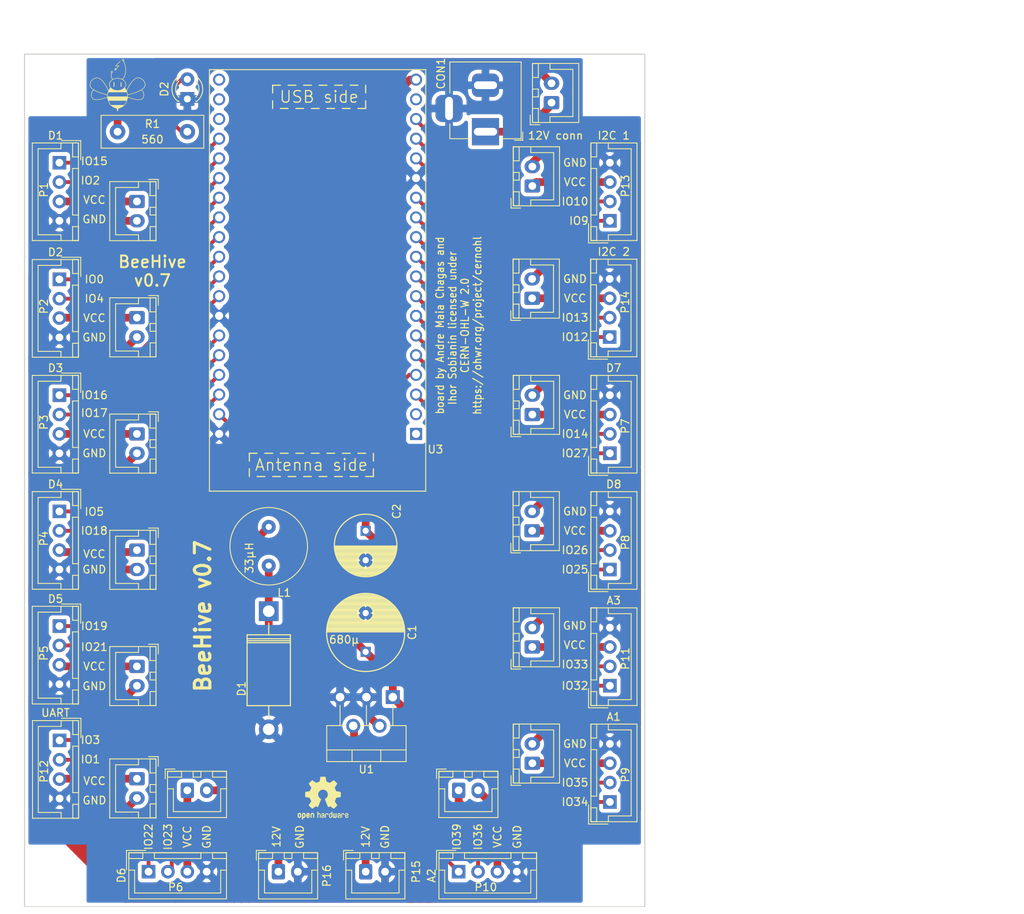
<source format=kicad_pcb>
(kicad_pcb (version 20211014) (generator pcbnew)
  (layers (0 "F.Cu" signal) (31 "B.Cu" signal) (34 "B.Paste" user) (35 "F.Paste" user) (36 "B.SilkS" user "B.Silkscreen") (37 "F.SilkS" user "F.Silkscreen") (38 "B.Mask" user) (39 "F.Mask" user) (44 "Edge.Cuts" user))
  (net 0 "")
  (footprint "Connector_JST:JST_XH_B04B-XH-A_04x2.50mm_Straight" (layer "F.Cu") (at 134 97 -90)
    (fp_text reference "P3")
    (fp_text value "D3")
  )
  (footprint "Connector_JST:JST_XH_B2B-XH-A_1x02_P2.50mm_Vertical" (layer "F.Cu") (at 195 99.5 90)
    (fp_text reference "P20")
    (fp_text value "Conn_01x02")
  )
  (footprint "Connector_JST:JST_XH_B2B-XH-A_1x02_P2.50mm_Vertical" (layer "F.Cu") (at 144 72 -90)
    (fp_text reference "P17")
    (fp_text value "Conn_01x02")
  )
  (footprint "Connector_JST:JST_XH_B2B-XH-A_1x02_P2.50mm_Vertical" (layer "F.Cu") (at 144 87 -90)
    (fp_text reference "P23")
    (fp_text value "Conn_01x02")
  )
  (footprint "Connector_JST:JST_XH_B2B-XH-A_1x02_P2.50mm_Vertical" (layer "F.Cu") (at 144 132 -90)
    (fp_text reference "P19")
    (fp_text value "Conn_01x02")
  )
  (footprint "Capacitor_THT:C_Radial_D8_L13_P3.8" (layer "F.Cu") (at 173.5 114.5 -90)
    (fp_text reference "C2")
    (fp_text value "220µ" hide)
  )
  (footprint "Connector_JST:JST_XH_B04B-XH-A_04x2.50mm_Straight" (layer "F.Cu") (at 145.5 158.5)
    (fp_text reference "P6")
    (fp_text value "D6")
  )
  (footprint "Connector_JST:JST_XH_B04B-XH-A_04x2.50mm_Straight" (layer "F.Cu") (at 134 67 -90)
    (fp_text reference "P1")
    (fp_text value "D1")
  )
  (footprint "Connector_JST:JST_XH_B2B-XH-A_1x02_P2.50mm_Vertical" (layer "F.Cu") (at 144 102 -90)
    (fp_text reference "P18")
    (fp_text value "Conn_01x02")
  )
  (footprint "Connector_BarrelJack:BarrelJack_Horizontal" (layer "F.Cu") (at 188.9575 63 -90)
    (fp_text reference "CON1")
    (fp_text value "BARREL_JACK")
  )
  (footprint "Connector_JST:JST_XH_B2B-XH-A_1x02_P2.50mm_Vertical" (layer "F.Cu") (at 173.5 158.5)
    (fp_text reference "P15")
    (fp_text value "Conn_01x02")
  )
  (footprint "Connector_JST:JST_XH_B04B-XH-A_04x2.50mm_Straight" (layer "F.Cu") (at 134 126.8 -90)
    (fp_text reference "P5")
    (fp_text value "D5")
  )
  (footprint "Mounting_Holes:MountingHole_3.2mm_M3_DIN965" (layer "F.Cu") (at 133.5 57 -90)
    (fp_text reference "")
    (fp_text value "")
  )
  (footprint "footprints:MODULE_ESP32-DEVKITC-32D" (layer "F.Cu") (at 180 102 180)
    (fp_text reference "U3")
    (fp_text value "ESP32-DEVKITC-32D")
  )
  (footprint "Connector_JST:JST_XH_B04B-XH-A_04x2.50mm_Straight" (layer "F.Cu") (at 205 104.5 90)
    (fp_text reference "P7")
    (fp_text value "D7")
  )
  (footprint "LED_THT:LED_D3.0mm" (layer "F.Cu") (at 150.5 58.775 90)
    (fp_text reference "D2")
    (fp_text value "LED")
  )
  (footprint "Connector_JST:JST_XH_B2B-XH-A_1x02_P2.50mm_Vertical" (layer "F.Cu") (at 144 146.5 -90)
    (fp_text reference "P21")
    (fp_text value "Conn_01x02")
  )
  (footprint "Connector_JST:JST_XH_B04B-XH-A_04x2.50mm_Straight" (layer "F.Cu") (at 185.5 158.5)
    (fp_text reference "P10")
    (fp_text value "A2")
  )
  (footprint "Connector_JST:JST_XH_B04B-XH-A_04x2.50mm_Straight" (layer "F.Cu") (at 205 149.5 90)
    (fp_text reference "P9")
    (fp_text value "A1")
  )
  (footprint "Connector_JST:JST_XH_B2B-XH-A_1x02_P2.50mm_Vertical" (layer "F.Cu") (at 194.975 114.5 90)
    (fp_text reference "P26")
    (fp_text value "Conn_01x02")
  )
  (footprint "Connector_JST:JST_XH_B04B-XH-A_04x2.50mm_Straight" (layer "F.Cu") (at 204.975 89.5 90)
    (fp_text reference "P14")
    (fp_text value "I2C 2")
  )
  (footprint "Connector_JST:JST_XH_B2B-XH-A_1x02_P2.50mm_Vertical" (layer "F.Cu") (at 197.475 59.25 90)
    (fp_text reference "P31")
    (fp_text value "Conn_01x02")
  )
  (footprint "Mounting_Holes:MountingHole_3.2mm_M3_DIN965" (layer "F.Cu") (at 133.5 159)
    (fp_text reference "")
    (fp_text value "")
  )
  (footprint "logo-beehive:logo-beehive-7_2х6_7mm" (layer "F.Cu") (at 141.5 57)
    (fp_text reference "G***" hide)
    (fp_text value "LOGO" hide)
  )
  (footprint "Connector_JST:JST_XH_B04B-XH-A_04x2.50mm_Straight" (layer "F.Cu") (at 205 119.5 90)
    (fp_text reference "P8")
    (fp_text value "D8")
  )
  (footprint "Resistor_THT:R_Box_L13.0mm_W4.0mm_P9.00mm" (layer "F.Cu") (at 150.5 63 180)
    (fp_text reference "R1")
    (fp_text value "560")
  )
  (footprint "Package_TO_SOT_THT:TO-220-5_P3.4x3.7mm_StaggerOdd_Lead3.8mm_Vertical" (layer "F.Cu") (at 177 135.97122 180)
    (fp_text reference "U1")
    (fp_text value "LM2596T-5")
  )
  (footprint "Connector_JST:JST_XH_B04B-XH-A_04x2.50mm_Straight" (layer "F.Cu") (at 134 82.05 -90)
    (fp_text reference "P2")
    (fp_text value "D2")
  )
  (footprint "Connector_JST:JST_XH_B04B-XH-A_04x2.50mm_Straight" (layer "F.Cu") (at 134 112 -90)
    (fp_text reference "P4")
    (fp_text value "D4")
  )
  (footprint "Capacitor_THT:C_Radial_D10_L21_P5" (layer "F.Cu") (at 173.5 130.12122 90)
    (fp_text reference "C1")
    (fp_text value "680µ")
  )
  (footprint "Mounting_Holes:MountingHole_3.2mm_M3_DIN965" (layer "F.Cu") (at 205.5 159 180)
    (fp_text reference "")
    (fp_text value "")
  )
  (footprint "Mounting_Holes:MountingHole_3.2mm_M3_DIN965" (layer "F.Cu") (at 205.5 57 180)
    (fp_text reference "")
    (fp_text value "")
  )
  (footprint "Connector_JST:JST_XH_B2B-XH-A_1x02_P2.50mm_Vertical" (layer "F.Cu") (at 194.975 84.5 90)
    (fp_text reference "P30")
    (fp_text value "Conn_01x02")
  )
  (footprint "Inductor_THT:Neosid_Inductor_MA-Bs75" (layer "F.Cu") (at 161 119 90)
    (fp_text reference "L1")
    (fp_text value "33µH")
  )
  (footprint "Connector_JST:JST_XH_B04B-XH-A_04x2.50mm_Straight" (layer "F.Cu") (at 205 74.5 90)
    (fp_text reference "P13")
    (fp_text value "I2C 1")
  )
  (footprint "Connector_JST:JST_XH_B2B-XH-A_1x02_P2.50mm_Vertical" (layer "F.Cu") (at 185.5 148)
    (fp_text reference "P27")
    (fp_text value "Conn_01x02")
  )
  (footprint "Connector_JST:JST_XH_B2B-XH-A_1x02_P2.50mm_Vertical" (layer "F.Cu") (at 195 70 90)
    (fp_text reference "P29")
    (fp_text value "Conn_01x02")
  )
  (footprint "Connector_JST:JST_XH_B04B-XH-A_04x2.50mm_Straight" (layer "F.Cu") (at 134.025 141.55 -90)
    (fp_text reference "P12")
    (fp_text value "UART")
  )
  (footprint "Symbol:OSHW-Logo2_7.3x6mm_SilkScreen" (layer "F.Cu") (at 168 149)
    (fp_text reference " " hide)
    (fp_text value " " hide)
  )
  (footprint "Connector_JST:JST_XH_B2B-XH-A_1x02_P2.50mm_Vertical" (layer "F.Cu") (at 144 117 -90)
    (fp_text reference "P24")
    (fp_text value "Conn_01x02")
  )
  (footprint "Connector_JST:JST_XH_B2B-XH-A_1x02_P2.50mm_Vertical" (layer "F.Cu") (at 162.25 158.5)
    (fp_text reference "P16")
    (fp_text value "Conn_01x02")
  )
  (footprint "Diode_THT:Diode_DO-201AD_Horizontal_RM15" (layer "F.Cu") (at 160.99704 124.87878 -90)
    (fp_text reference "D1")
    (fp_text value "Schottky 5A" hide)
  )
  (footprint "Connector_JST:JST_XH_B2B-XH-A_1x02_P2.50mm_Vertical" (layer "F.Cu") (at 195 144.5 90)
    (fp_text reference "P22")
    (fp_text value "Conn_01x02")
  )
  (footprint "Connector_JST:JST_XH_B04B-XH-A_04x2.50mm_Straight" (layer "F.Cu") (at 205 134.5 90)
    (fp_text reference "P11")
    (fp_text value "A3")
  )
  (footprint "Connector_JST:JST_XH_B2B-XH-A_1x02_P2.50mm_Vertical" (layer "F.Cu") (at 150.5 148)
    (fp_text reference "P25")
    (fp_text value "Conn_01x02")
  )
  (footprint "Connector_JST:JST_XH_B2B-XH-A_1x02_P2.50mm_Vertical" (layer "F.Cu") (at 195 129.5 90)
    (fp_text reference "P28")
    (fp_text value "Conn_01x02")
  )
  (gr_line (start 164.5 107.5) (end 163.5 107.5) (layer "F.SilkS") (width 0.15))
  (gr_line (start 161.5 59) (end 161.5 60) (layer "F.SilkS") (width 0.15))
  (gr_line (start 166.5 57) (end 165.5 57) (layer "F.SilkS") (width 0.15))
  (gr_line (start 167.5 60) (end 166.5 60) (layer "F.SilkS") (width 0.15))
  (gr_line (start 169.5 60) (end 168.5 60) (layer "F.SilkS") (width 0.15))
  (gr_line (start 171.5 104.5) (end 170.5 104.5) (layer "F.SilkS") (width 0.15))
  (gr_line (start 174.5 107.5) (end 173.5 107.5) (layer "F.SilkS") (width 0.15))
  (gr_line (start 163.5 104.5) (end 162.5 104.5) (layer "F.SilkS") (width 0.15))
  (gr_line (start 158.5 106.5) (end 158.5 107.5) (layer "F.SilkS") (width 0.15))
  (gr_line (start 159.5 104.5) (end 158.5 104.5) (layer "F.SilkS") (width 0.15))
  (gr_line (start 168.5 107.5) (end 167.5 107.5) (layer "F.SilkS") (width 0.15))
  (gr_line (start 174.5 104.5) (end 174.5 105.5) (layer "F.SilkS") (width 0.15))
  (gr_line (start 169.5 104.5) (end 168.5 104.5) (layer "F.SilkS") (width 0.15))
  (gr_line (start 168.5 57) (end 167.5 57) (layer "F.SilkS") (width 0.15))
  (gr_line (start 172.5 107.5) (end 171.5 107.5) (layer "F.SilkS") (width 0.15))
  (gr_line (start 174.5 106.5) (end 174.5 107.5) (layer "F.SilkS") (width 0.15))
  (gr_line (start 161.5 57) (end 161.5 58) (layer "F.SilkS") (width 0.15))
  (gr_line (start 167.5 104.5) (end 166.5 104.5) (layer "F.SilkS") (width 0.15))
  (gr_line (start 163.5 60) (end 162.5 60) (layer "F.SilkS") (width 0.15))
  (gr_line (start 170.5 57) (end 169.5 57) (layer "F.SilkS") (width 0.15))
  (gr_line (start 158.5 104.5) (end 158.5 105.5) (layer "F.SilkS") (width 0.15))
  (gr_line (start 172.5 57) (end 171.5 57) (layer "F.SilkS") (width 0.15))
  (gr_line (start 160.5 107.5) (end 159.5 107.5) (layer "F.SilkS") (width 0.15))
  (gr_line (start 165.5 60) (end 164.5 60) (layer "F.SilkS") (width 0.15))
  (gr_line (start 166.5 107.5) (end 165.5 107.5) (layer "F.SilkS") (width 0.15))
  (gr_line (start 173.5 104.5) (end 172.5 104.5) (layer "F.SilkS") (width 0.15))
  (gr_line (start 173.5 59) (end 173.5 60) (layer "F.SilkS") (width 0.15))
  (gr_line (start 164.5 57) (end 163.5 57) (layer "F.SilkS") (width 0.15))
  (gr_line (start 161.5 104.5) (end 160.5 104.5) (layer "F.SilkS") (width 0.15))
  (gr_line (start 173.5 60) (end 172.5 60) (layer "F.SilkS") (width 0.15))
  (gr_line (start 173.5 57) (end 173.5 58) (layer "F.SilkS") (width 0.15))
  (gr_line (start 162.5 57) (end 161.5 57) (layer "F.SilkS") (width 0.15))
  (gr_line (start 162.5 107.5) (end 161.5 107.5) (layer "F.SilkS") (width 0.15))
  (gr_line (start 171.5 60) (end 170.5 60) (layer "F.SilkS") (width 0.15))
  (gr_line (start 170.5 107.5) (end 169.5 107.5) (layer "F.SilkS") (width 0.15))
  (gr_line (start 165.5 104.5) (end 164.5 104.5) (layer "F.SilkS") (width 0.15))
  (gr_line (start 129.5 53) (end 209.5 53) (layer "Edge.Cuts") (width 0.15))
  (gr_line (start 209.5 163) (end 129.5 163) (layer "Edge.Cuts") (width 0.1))
  (gr_line (start 129.5 53) (end 129.5 163) (layer "Edge.Cuts") (width 0.15))
  (gr_line (start 209.5 53) (end 209.5 163) (layer "Edge.Cuts") (width 0.15))
  (gr_text "IO22" (at 145.5 154 90) (layer "F.SilkS") (effects (font (size 1 1))))
  (gr_text "GND" (at 153 154 90) (layer "F.SilkS") (effects (font (size 1 1))))
  (gr_text "IO5" (at 138.5 112.05) (layer "F.SilkS") (effects (font (size 1 1))))
  (gr_text "IO15" (at 138.5 66.8) (layer "F.SilkS") (effects (font (size 1 1))))
  (gr_text "VCC" (at 200.5 84.5) (layer "F.SilkS") (effects (font (size 1 1))))
  (gr_text "VCC" (at 200.5 69.5) (layer "F.SilkS") (effects (font (size 1 1))))
  (gr_text "GND" (at 200.5 142) (layer "F.SilkS") (effects (font (size 1 1))))
  (gr_text "IO2" (at 138 69.3) (layer "F.SilkS") (effects (font (size 1 1))))
  (gr_text "IO0" (at 138.5 82.05) (layer "F.SilkS") (effects (font (size 1 1))))
  (gr_text "VCC" (at 150.5 154 90) (layer "F.SilkS") (effects (font (size 1 1))))
  (gr_text "IO3" (at 138 141.5) (layer "F.SilkS") (effects (font (size 1 1))))
  (gr_text "12V conn" (at 198 63.5) (layer "F.SilkS") (effects (font (size 1 1))))
  (gr_text "IO18" (at 138.49 114.5) (layer "F.SilkS") (effects (font (size 1 1))))
  (gr_text "IO36" (at 188 154 90) (layer "F.SilkS") (effects (font (size 1 1))))
  (gr_text "IO25" (at 200.5 119.5) (layer "F.SilkS") (effects (font (size 1 1))))
  (gr_text "GND" (at 165 154 90) (layer "F.SilkS") (effects (font (size 1 1))))
  (gr_text "VCC" (at 138.5 132) (layer "F.SilkS") (effects (font (size 1 1))))
  (gr_text "GND" (at 200.5 67) (layer "F.SilkS") (effects (font (size 1 1))))
  (gr_text "GND" (at 200.475 126.75) (layer "F.SilkS") (effects (font (size 1 1))))
  (gr_text "GND" (at 138.5 89.55) (layer "F.SilkS") (effects (font (size 1 1))))
  (gr_text "IO39" (at 185.25 154 90) (layer "F.SilkS") (effects (font (size 1 1))))
  (gr_text "IO26" (at 200.5 117) (layer "F.SilkS") (effects (font (size 1 1))))
  (gr_text "IO27" (at 200.5 104.5) (layer "F.SilkS") (effects (font (size 1 1))))
  (gr_text "VCC" (at 200.5 99.5) (layer "F.SilkS") (effects (font (size 1 1))))
  (gr_text "GND" (at 138.5 74.3) (layer "F.SilkS") (effects (font (size 1 1))))
  (gr_text "GND" (at 200.5 82) (layer "F.SilkS") (effects (font (size 1 1))))
  (gr_text "IO19" (at 138.5 126.8) (layer "F.SilkS") (effects (font (size 1 1))))
  (gr_text "IO9" (at 201 74.5) (layer "F.SilkS") (effects (font (size 1 1))))
  (gr_text "GND" (at 200.5 112) (layer "F.SilkS") (effects (font (size 1 1))))
  (gr_text "IO21" (at 138.5 129.5) (layer "F.SilkS") (effects (font (size 1 1))))
  (gr_text "BeeHive v0.7" (at 152.5 125.5 90) (layer "F.SilkS") (effects (font (size 2 2) (thickness 0.4))))
  (gr_text "USB side" (at 167.5 58.5) (layer "F.SilkS") (effects (font (size 1.5 1.5))))
  (gr_text "VCC" (at 138.5 117.5) (layer "F.SilkS") (effects (font (size 1 1))))
  (gr_text "GND" (at 193.05 154 90) (layer "F.SilkS") (effects (font (size 1 1))))
  (gr_text "VCC" (at 138.5 102) (layer "F.SilkS") (effects (font (size 1 1))))
  (gr_text "IO16" (at 138.5 97) (layer "F.SilkS") (effects (font (size 1 1))))
  (gr_text "GND" (at 176 154 90) (layer "F.SilkS") (effects (font (size 1 1))))
  (gr_text "12V" (at 162 154 90) (layer "F.SilkS") (effects (font (size 1 1))))
  (gr_text "VCC" (at 138.525 146.8) (layer "F.SilkS") (effects (font (size 1 1))))
  (gr_text "GND" (at 138.5 134.55) (layer "F.SilkS") (effects (font (size 1 1))))
  (gr_text "IO32" (at 200.5 134.5) (layer "F.SilkS") (effects (font (size 1 1))))
  (gr_text "GND" (at 138.5 119.5) (layer "F.SilkS") (effects (font (size 1 1))))
  (gr_text "VCC" (at 138.5 71.8) (layer "F.SilkS") (effects (font (size 1 1))))
  (gr_text "GND" (at 200.5 97) (layer "F.SilkS") (effects (font (size 1 1))))
  (gr_text "BeeHive\nv0.7" (at 146 81) (layer "F.SilkS") (effects (font (size 1.5 1.5) (thickness 0.25))))
  (gr_text "board by Andre Maia Chagas and\nIhor Sobianin licensed under \nCERN-OHL-W 2.0\nhttps://ohwr.org/project/cernohl" (at 185.5 88 90) (layer "F.SilkS") (effects (font (size 1 0.9))))
  (gr_text "VCC" (at 200.475 129.25) (layer "F.SilkS") (effects (font (size 1 1))))
  (gr_text "IO12" (at 200.5 89.5) (layer "F.SilkS") (effects (font (size 1 1))))
  (gr_text "IO34" (at 200.5 149.5) (layer "F.SilkS") (effects (font (size 1 1))))
  (gr_text "GND" (at 138.525 149.3) (layer "F.SilkS") (effects (font (size 1 1))))
  (gr_text "VCC" (at 190.5 154 90) (layer "F.SilkS") (effects (font (size 1 1))))
  (gr_text "IO33" (at 200.5 131.75) (layer "F.SilkS") (effects (font (size 1 1))))
  (gr_text "IO17" (at 138.5 99.3) (layer "F.SilkS") (effects (font (size 1 1))))
  (gr_text "GND" (at 138.5 104.5) (layer "F.SilkS") (effects (font (size 1 1))))
  (gr_text "VCC" (at 138.5 87.05) (layer "F.SilkS") (effects (font (size 1 1))))
  (gr_text "IO14" (at 200.5 102) (layer "F.SilkS") (effects (font (size 1 1))))
  (gr_text "VCC" (at 200.5 144.5) (layer "F.SilkS") (effects (font (size 1 1))))
  (gr_text "IO13" (at 200.5 87) (layer "F.SilkS") (effects (font (size 1 1))))
  (gr_text "IO10" (at 200.5 72) (layer "F.SilkS") (effects (font (size 1 1))))
  (gr_text "IO35" (at 200.5 147) (layer "F.SilkS") (effects (font (size 1 1))))
  (gr_text "VCC" (at 200.5 114.5) (layer "F.SilkS") (effects (font (size 1 1))))
  (gr_text "12V" (at 173.5 154 90) (layer "F.SilkS") (effects (font (size 1 1))))
  (gr_text "IO23" (at 148 154 90) (layer "F.SilkS") (effects (font (size 1 1))))
  (gr_text "Antenna side" (at 166.5 106) (layer "F.SilkS") (effects (font (size 1.5 1.5))))
  (gr_text "IO1" (at 138 144) (layer "F.SilkS") (effects (font (size 1 1))))
  (gr_text "IO4" (at 138.5 84.55) (layer "F.SilkS") (effects (font (size 1 1))))
  (segment (start 188 157) (end 188 158.5) (width 0.5) (layer "F.Cu") (net 0))
  (segment (start 169 148) (end 157.5 148) (width 1) (layer "F.Cu") (net 0))
  (segment (start 157.5 117.5) (end 161 114) (width 1) (layer "F.Cu") (net 0))
  (segment (start 191 134.5) (end 205 134.5) (width 0.5) (layer "F.Cu") (net 0))
  (segment (start 185 112.505025) (end 189.5 117.005025) (width 0.5) (layer "F.Cu") (net 0))
  (segment (start 208.5 79.5) (end 208.5 77.5) (width 1) (layer "F.Cu") (net 0))
  (segment (start 173.5 114.5) (end 180.5 121.5) (width 1) (layer "F.Cu") (net 0))
  (segment (start 192 81.6875) (end 182 71.6875) (width 0.5) (layer "F.Cu") (net 0))
  (segment (start 143.95 144.05) (end 134.025 144.05) (width 0.5) (layer "F.Cu") (net 0))
  (segment (start 189 85.6) (end 189 102.5) (width 0.5) (layer "F.Cu") (net 0))
  (segment (start 174.5 152) (end 173.5 153) (width 1) (layer "F.Cu") (net 0))
  (segment (start 152.5 99.02) (end 152.5 138) (width 0.5) (layer "F.Cu") (net 0))
  (segment (start 141.53 82.05) (end 134 82.05) (width 0.5) (layer "F.Cu") (net 0))
  (segment (start 183.5 152.5) (end 188 157) (width 0.5) (layer "F.Cu") (net 0))
  (segment (start 131.5 93) (end 132 93) (width 1) (layer "F.Cu") (net 0))
  (segment (start 188.5 74.5) (end 205 74.5) (width 0.5) (layer "F.Cu") (net 0))
  (segment (start 195 144.5) (end 205 144.5) (width 1) (layer "F.Cu") (net 0))
  (segment (start 185.5 148) (end 185.5 149.5) (width 1) (layer "F.Cu") (net 0))
  (segment (start 194.9875 99.5) (end 205.0125 99.5) (width 1) (layer "F.Cu") (net 0))
  (segment (start 198.5 138.5) (end 195 142) (width 1) (layer "F.Cu") (net 0))
  (segment (start 194.975 114.5) (end 205 114.5) (width 1) (layer "F.Cu") (net 0))
  (segment (start 130.5 81.5) (end 130.5 92) (width 1) (layer "F.Cu") (net 0))
  (segment (start 182 99) (end 182 114.005025) (width 0.5) (layer "F.Cu") (net 0))
  (segment (start 154.6 66.44) (end 151.54 69.5) (width 0.5) (layer "F.Cu") (net 0))
  (segment (start 153 148) (end 156.5 148) (width 1) (layer "F.Cu") (net 0))
  (segment (start 135.75 155.25) (end 137.75 157.25) (width 1) (layer "F.Cu") (net 0))
  (segment (start 207.5 123.5) (end 198.5 123.5) (width 1) (layer "F.Cu") (net 0))
  (segment (start 130.5 150) (end 137.75 157.25) (width 1) (layer "F.Cu") (net 0))
  (segment (start 192.5 89.5) (end 191 88) (width 0.5) (layer "F.Cu") (net 0))
  (segment (start 152 84.28) (end 152 88.5) (width 0.5) (layer "F.Cu") (net 0))
  (segment (start 130.5 109.5) (end 130.5 115.5125) (width 1) (layer "F.Cu") (net 0))
  (segment (start 141.57 84.55) (end 134 84.55) (width 0.5) (layer "F.Cu") (net 0))
  (segment (start 137.5 157) (end 142.5 162) (width 1) (layer "F.Cu") (net 0))
  (segment (start 130.5 108.5) (end 130.5 109.5) (width 1) (layer "F.Cu") (net 0))
  (segment (start 154.6 63.9) (end 151.5 67) (width 0.5) (layer "F.Cu") (net 0))
  (segment (start 173.5 62) (end 173.5 114.5) (width 1) (layer "F.Cu") (net 0))
  (segment (start 154.6 99.46) (end 156.5 101.36) (width 0.5) (layer "F.Cu") (net 0))
  (segment (start 157.5 147) (end 156.5 148) (width 1) (layer "F.Cu") (net 0))
  (segment (start 207.5 63.5) (end 198.5 63.5) (width 1) (layer "F.Cu") (net 0))
  (segment (start 131.5 137.5) (end 130.5 138.5) (width 1) (layer "F.Cu") (net 0))
  (segment (start 130.5 92) (end 130.5 107) (width 1) (layer "F.Cu") (net 0))
  (segment (start 197.475 59.25) (end 197.475 59.525) (width 1) (layer "F.Cu") (net 0))
  (segment (start 180 76.6) (end 189 85.6) (width 0.5) (layer "F.Cu") (net 0))
  (segment (start 208.5 109.5) (end 208.5 107.5) (width 1) (layer "F.Cu") (net 0))
  (segment (start 207.5 78.5) (end 198.475 78.5) (width 1) (layer "F.Cu") (net 0))
  (segment (start 191 82.52) (end 180 71.52) (width 0.5) (layer "F.Cu") (net 0))
  (segment (start 136.7375 156.2625) (end 144 149) (width 1) (layer "F.Cu") (net 0))
  (segment (start 186 112.007538) (end 186 90.22) (width 0.5) (layer "F.Cu") (net 0))
  (segment (start 180.5 161) (end 180.5 162) (width 1) (layer "F.Cu") (net 0))
  (segment (start 197 152.5) (end 199 152.5) (width 1) (layer "F.Cu") (net 0))
  (segment (start 154.6 89.3) (end 154.6 89.4) (width 0.5) (layer "F.Cu") (net 0))
  (segment (start 204.975 89.5) (end 192.5 89.5) (width 0.5) (layer "F.Cu") (net 0))
  (segment (start 149.5 126.5) (end 146.7 129.3) (width 0.5) (layer "F.Cu") (net 0))
  (segment (start 141.25 119.5) (end 137.75 123) (width 1) (layer "F.Cu") (net 0))
  (segment (start 183.5 115.505025) (end 183.5 152.5) (width 0.5) (layer "F.Cu") (net 0))
  (segment (start 195 70) (end 195.5 69.5) (width 1) (layer "F.Cu") (net 0))
  (segment (start 144 134.5) (end 141 137.5) (width 1) (layer "F.Cu") (net 0))
  (segment (start 198.475 78.5) (end 194.975 82) (width 1) (layer "F.Cu") (net 0))
  (segment (start 208.5 138.5) (end 198.5 138.5) (width 1) (layer "F.Cu") (net 0))
  (segment (start 152.5 138) (end 147 143.5) (width 0.5) (layer "F.Cu") (net 0))
  (segment (start 154.4 76.6) (end 150 81) (width 0.5) (layer "F.Cu") (net 0))
  (segment (start 204.975 87) (end 193 87) (width 0.5) (layer "F.Cu") (net 0))
  (segment (start 137 156) (end 137.75 155.25) (width 1) (layer "F.Cu") (net 0))
  (segment (start 130.5 108.5) (end 131.5 108.5) (width 1) (layer "F.Cu") (net 0))
  (segment (start 144 117) (end 143.75 117.25) (width 1) (layer "F.Cu") (net 0))
  (segment (start 157.5 151) (end 157.5 149) (width 1) (layer "F.Cu") (net 0))
  (segment (start 179.12 94.38) (end 180 94.38) (width 0.5) (layer "F.Cu") (net 0))
  (segment (start 148.5 61.75) (end 148.5 57.5) (width 0.5) (layer "F.Cu") (net 0))
  (segment (start 195.5 162) (end 198 159.5) (width 1) (layer "F.Cu") (net 0))
  (segment (start 157.5 148) (end 157.5 147) (width 1) (layer "F.Cu") (net 0))
  (segment (start 151.5 97.48) (end 151.5 136.5) (width 0.5) (layer "F.Cu") (net 0))
  (segment (start 187.5 118) (end 187.5 142.5) (width 0.5) (layer "F.Cu") (net 0))
  (segment (start 195.5 69.5) (end 205 69.5) (width 1) (layer "F.Cu") (net 0))
  (segment (start 156.5 103) (end 153.5 106) (width 0.5) (layer "F.Cu") (net 0))
  (segment (start 180 89.3) (end 184 93.3) (width 0.5) (layer "F.Cu") (net 0))
  (segment (start 205 117) (end 194.25 117) (width 0.5) (layer "F.Cu") (net 0))
  (segment (start 131.5 123) (end 130.5 124) (width 1) (layer "F.Cu") (net 0))
  (segment (start 150 81) (end 150 87.255025) (width 0.5) (layer "F.Cu") (net 0))
  (segment (start 192.5 152.5) (end 197 152.5) (width 1) (layer "F.Cu") (net 0))
  (segment (start 180.5 121.5) (end 180.5 161.5) (width 1) (layer "F.Cu") (net 0))
  (segment (start 175.05 139.55) (end 173.25 137.75) (width 1) (layer "F.Cu") (net 0))
  (segment (start 193.817525 147) (end 205 147) (width 0.5) (layer "F.Cu") (net 0))
  (segment (start 134.2 132) (end 134 131.8) (width 1) (layer "F.Cu") (net 0))
  (segment (start 208.5 124.5) (end 208.5 122) (width 1) (layer "F.Cu") (net 0))
  (segment (start 182.5 116) (end 178 111.5) (width 0.5) (layer "F.Cu") (net 0))
  (segment (start 147 152) (end 145.5 153.5) (width 0.5) (layer "F.Cu") (net 0))
  (segment (start 197.475 59.525) (end 194 63) (width 1) (layer "F.Cu") (net 0))
  (segment (start 141 137.5) (end 131.5 137.5) (width 1) (layer "F.Cu") (net 0))
  (segment (start 131.5 108.5) (end 130.5 109.5) (width 1) (layer "F.Cu") (net 0))
  (segment (start 144 87) (end 134.05 87) (width 1) (layer "F.Cu") (net 0))
  (segment (start 149 79.5) (end 149 86.75) (width 0.5) (layer "F.Cu") (net 0))
  (segment (start 187.5 142.5) (end 194.5 149.5) (width 0.5) (layer "F.Cu") (net 0))
  (segment (start 188.5 141.682475) (end 193.817525 147) (width 0.5) (layer "F.Cu") (net 0))
  (segment (start 131.5 108.5) (end 140 108.5) (width 1) (layer "F.Cu") (net 0))
  (segment (start 183 66.9) (end 183 69) (width 0.5) (layer "F.Cu") (net 0))
  (segment (start 144 72) (end 134 72) (width 1) (layer "F.Cu") (net 0))
  (segment (start 143.75 117.25) (end 134.25 117.25) (width 1) (layer "F.Cu") (net 0))
  (segment (start 154.6 96.92) (end 152.5 99.02) (width 0.5) (layer "F.Cu") (net 0))
  (segment (start 180.5 162) (end 182 162) (width 1) (layer "F.Cu") (net 0))
  (segment (start 182.5 162) (end 195.5 162) (width 1) (layer "F.Cu") (net 0))
  (segment (start 189.5 133) (end 191 134.5) (width 0.5) (layer "F.Cu") (net 0))
  (segment (start 183 113.5) (end 187.5 118) (width 0.5) (layer "F.Cu") (net 0))
  (segment (start 198 153.5) (end 199 152.5) (width 1) (layer "F.Cu") (net 0))
  (segment (start 190 84.06) (end 190 100.5) (width 0.5) (layer "F.Cu") (net 0))
  (segment (start 138.75 97) (end 134 97) (width 0.5) (layer "F.Cu") (net 0))
  (segment (start 190.5 116.507538) (end 186 112.007538) (width 0.5) (layer "F.Cu") (net 0))
  (segment (start 149 86.75) (end 138.75 97) (width 0.5) (layer "F.Cu") (net 0))
  (segment (start 148.5 144) (end 148.5 158) (width 0.5) (layer "F.Cu") (net 0))
  (segment (start 149.765 56.235) (end 150.5 56.235) (width 0.5) (layer "F.Cu") (net 0))
  (segment (start 188 87.14) (end 180 79.14) (width 0.5) (layer "F.Cu") (net 0))
  (segment (start 157.5 162) (end 158.5 162) (width 1) (layer "F.Cu") (net 0))
  (segment (start 137.755025 99.5) (end 134 99.5) (width 0.5) (layer "F.Cu") (net 0))
  (segment (start 134.25 117.25) (end 134 117) (width 1) (layer "F.Cu") (net 0))
  (segment (start 158.5 148) (end 157.5 148) (width 1) (layer "F.Cu") (net 0))
  (segment (start 150 87.255025) (end 137.755025 99.5) (width 0.5) (layer "F.Cu") (net 0))
  (segment (start 150.5 158.5) (end 150.5 147.975) (width 1) (layer "F.Cu") (net 0))
  (segment (start 142.5 162) (end 149 162) (width 1) (layer "F.Cu") (net 0))
  (segment (start 173.25 137.75) (end 169.3 137.75) (width 1) (layer "F.Cu") (net 0))
  (segment (start 169.3 137.75) (end 161 129.45) (width 1) (layer "F.Cu") (net 0))
  (segment (start 134 126.8) (end 146.7 126.8) (width 0.5) (layer "F.Cu") (net 0))
  (segment (start 194.5 149.5) (end 205 149.5) (width 0.5) (layer "F.Cu") (net 0))
  (segment (start 192 86) (end 192 81.6875) (width 0.5) (layer "F.Cu") (net 0))
  (segment (start 182 114.005025) (end 183.5 115.505025) (width 0.5) (layer "F.Cu") (net 0))
  (segment (start 157.5 161) (end 158.5 162) (width 1) (layer "F.Cu") (net 0))
  (segment (start 137.5 74.5) (end 130.5 81.5) (width 1) (layer "F.Cu") (net 0))
  (segment (start 184 113) (end 188.5 117.5) (width 0.5) (layer "F.Cu") (net 0))
  (segment (start 134.075 141.5) (end 134.025 141.55) (width 0.5) (layer "F.Cu") (net 0))
  (segment (start 134.05 87) (end 134 87.05) (width 1) (layer "F.Cu") (net 0))
  (segment (start 157.5 149) (end 157.5 148) (width 1) (layer "F.Cu") (net 0))
  (segment (start 165 54) (end 164 55) (width 1) (layer "F.Cu") (net 0))
  (segment (start 207.5 108.5) (end 208.5 107.5) (width 1) (layer "F.Cu") (net 0))
  (segment (start 154.6 89.4) (end 149.5 94.5) (width 0.5) (layer "F.Cu") (net 0))
  (segment (start 207.5 123.5) (end 208.5 122.5) (width 1) (layer "F.Cu") (net 0))
  (segment (start 148.5 57.5) (end 149.765 56.235) (width 0.5) (layer "F.Cu") (net 0))
  (segment (start 180 63.9) (end 183 66.9) (width 0.5) (layer "F.Cu") (net 0))
  (segment (start 194 63) (end 188.9575 63) (width 1) (layer "F.Cu") (net 0))
  (segment (start 197.475 56.75) (end 194.725 54) (width 1) (layer "F.Cu") (net 0))
  (segment (start 207.5 78.5) (end 208.5 79.5) (width 1) (layer "F.Cu") (net 0))
  (segment (start 185.5 149.5) (end 190.5 154.5) (width 1) (layer "F.Cu") (net 0))
  (segment (start 148.5 94) (end 153 89.5) (width 0.5) (layer "F.Cu") (net 0))
  (segment (start 147 143.5) (end 147 152) (width 0.5) (layer "F.Cu") (net 0))
  (segment (start 191 104.5) (end 205 104.5) (width 0.5) (layer "F.Cu") (net 0))
  (segment (start 190.5 131.5) (end 190.5 116.507538) (width 0.5) (layer "F.Cu") (net 0))
  (segment (start 144 132) (end 134.2 132) (width 1) (layer "F.Cu") (net 0))
  (segment (start 148.5 158) (end 148 158.5) (width 0.5) (layer "F.Cu") (net 0))
  (segment (start 198.475 108.5) (end 194.975 112) (width 1) (layer "F.Cu") (net 0))
  (segment (start 130.5 121.5) (end 130.5 135.5) (width 1) (layer "F.Cu") (net 0))
  (segment (start 130.5 92) (end 131.5 93) (width 1) (layer "F.Cu") (net 0))
  (segment (start 130.5 136.5) (end 130.5 138) (width 1) (layer "F.Cu") (net 0))
  (segment (start 130.5 107) (end 130.5 108.5) (width 1) (layer "F.Cu") (net 0))
  (segment (start 153 89.5) (end 153 85.82) (width 0.5) (layer "F.Cu") (net 0))
  (segment (start 147.5 110.5) (end 143.5 114.5) (width 0.5) (layer "F.Cu") (net 0))
  (segment (start 207.5 138.5) (end 208.5 139.5) (width 1) (layer "F.Cu") (net 0))
  (segment (start 152 88.5) (end 147.5 93) (width 0.5) (layer "F.Cu") (net 0))
  (segment (start 179.22 56.28) (end 173.5 62) (width 1) (layer "F.Cu") (net 0))
  (segment (start 188 110.75) (end 188 87.14) (width 0.5) (layer "F.Cu") (net 0))
  (segment (start 149.025 162) (end 156.5 162) (width 1) (layer "F.Cu") (net 0))
  (segment (start 130.5 139.5) (end 130.5 150) (width 1) (layer "F.Cu") (net 0))
  (segment (start 156.5 148) (end 157.5 148) (width 1) (layer "F.Cu") (net 0))
  (segment (start 164 55) (end 163 54) (width 1) (layer "F.Cu") (net 0))
  (segment (start 180 81.68) (end 187 88.68) (width 0.5) (layer "F.Cu") (net 0))
  (segment (start 130.5 135.5) (end 130.5 136.5) (width 1) (layer "F.Cu") (net 0))
  (segment (start 184 68.5) (end 187.5 72) (width 0.5) (layer "F.Cu") (net 0))
  (segment (start 154.6 68.98) (end 141.53 82.05) (width 0.5) (layer "F.Cu") (net 0))
  (segment (start 208.5 106) (end 208.5 64.5) (width 1) (layer "F.Cu") (net 0))
  (segment (start 198.5 123.5) (end 195 127) (width 1) (layer "F.Cu") (net 0))
  (segment (start 194.975 84.5) (end 204.975 84.5) (width 1) (layer "F.Cu") (net 0))
  (segment (start 197 152.5) (end 198 153.5) (width 1) (layer "F.Cu") (net 0))
  (segment (start 146.5 108.5) (end 143 112) (width 0.5) (layer "F.Cu") (net 0))
  (segment (start 131.5 108.5) (end 130.5 107.5) (width 1) (layer "F.Cu") (net 0))
  (segment (start 171.9 139.67122) (end 172 139.77122) (width 1) (layer "F.Cu") (net 0))
  (segment (start 150.5 63) (end 149.75 63) (width 0.5) (layer "F.Cu") (net 0))
  (segment (start 132 93) (end 140.5 93) (width 1) (layer "F.Cu") (net 0))
  (segment (start 207.5 123.5) (end 208.5 124.5) (width 1) (layer "F.Cu") (net 0))
  (segment (start 208.5 64.5) (end 207.5 63.5) (width 1) (layer "F.Cu") (net 0))
  (segment (start 208.5 94.5) (end 208.5 92.5) (width 1) (layer "F.Cu") (net 0))
  (segment (start 156.5 101.36) (end 156.5 103) (width 0.5) (layer "F.Cu") (net 0))
  (segment (start 204.725 132) (end 191 132) (width 0.5) (layer "F.Cu") (net 0))
  (segment (start 157.5 148) (end 158.5 148) (width 1) (layer "F.Cu") (net 0))
  (segment (start 131.5 123) (end 130.5 123) (width 1) (layer "F.Cu") (net 0))
  (segment (start 130.5 136) (end 130.5 136.5) (width 1) (layer "F.Cu") (net 0))
  (segment (start 198 159.5) (end 198 153.5) (width 1) (layer "F.Cu") (net 0))
  (segment (start 173.5 153) (end 172.5 152) (width 1) (layer "F.Cu") (net 0))
  (segment (start 191 132) (end 190.5 131.5) (width 0.5) (layer "F.Cu") (net 0))
  (segment (start 154.44 74.06) (end 149 79.5) (width 0.5) (layer "F.Cu") (net 0))
  (segment (start 157.5 162) (end 157.5 151) (width 1) (layer "F.Cu") (net 0))
  (segment (start 143 112) (end 134 112) (width 0.5) (layer "F.Cu") (net 0))
  (segment (start 164 55) (end 164 120.62122) (width 1) (layer "F.Cu") (net 0))
  (segment (start 154.6 79.14) (end 151 82.74) (width 0.5) (layer "F.Cu") (net 0))
  (segment (start 131.5 123) (end 130.5 122) (width 1) (layer "F.Cu") (net 0))
  (segment (start 195 129.5) (end 204.725 129.5) (width 1) (layer "F.Cu") (net 0))
  (segment (start 150.5 95.94) (end 150.5 135) (width 0.5) (layer "F.Cu") (net 0))
  (segment (start 153.5 139) (end 148.5 144) (width 0.5) (layer "F.Cu") (net 0))
  (segment (start 161 129.45) (end 161 124.88) (width 1) (layer "F.Cu") (net 0))
  (segment (start 150.5 135) (end 144 141.5) (width 0.5) (layer "F.Cu") (net 0))
  (segment (start 135.75 155.25) (end 137.75 155.25) (width 1) (layer "F.Cu") (net 0))
  (segment (start 149.75 63) (end 148.5 61.75) (width 0.5) (layer "F.Cu") (net 0))
  (segment (start 130.5 93) (end 132 93) (width 1) (layer "F.Cu") (net 0))
  (segment (start 143.5 114.5) (end 134 114.5) (width 0.5) (layer "F.Cu") (net 0))
  (segment (start 130.5 136.5) (end 130.5 139.525) (width 1) (layer "F.Cu") (net 0))
  (segment (start 163 54) (end 146.5 54) (width 1) (layer "F.Cu") (net 0))
  (segment (start 180 161.5) (end 180.5 162) (width 1) (layer "F.Cu") (net 0))
  (segment (start 157.5 149) (end 158.5 148) (width 1) (layer "F.Cu") (net 0))
  (segment (start 172.5 152) (end 163 152) (width 1) (layer "F.Cu") (net 0))
  (segment (start 207.5 78.5) (end 208.5 77.5) (width 1) (layer "F.Cu") (net 0))
  (segment (start 187 111.5) (end 195 119.5) (width 0.5) (layer "F.Cu") (net 0))
  (segment (start 177 136) (end 178 137) (width 1) (layer "F.Cu") (net 0))
  (segment (start 172 145) (end 169 148) (width 1) (layer "F.Cu") (net 0))
  (segment (start 151 82.74) (end 151 88) (width 0.5) (layer "F.Cu") (net 0))
  (segment (start 208.5 139.5) (end 208.5 137.5) (width 1) (layer "F.Cu") (net 0))
  (segment (start 153.5 106) (end 153.5 139) (width 0.5) (layer "F.Cu") (net 0))
  (segment (start 184 93.3) (end 184 113) (width 0.5) (layer "F.Cu") (net 0))
  (segment (start 187 88.68) (end 187 111.5) (width 0.5) (layer "F.Cu") (net 0))
  (segment (start 141.5 59) (end 141.5 63) (width 1) (layer "F.Cu") (net 0))
  (segment (start 146.5 92.5) (end 146.5 108.5) (width 0.5) (layer "F.Cu") (net 0))
  (segment (start 130.5 93) (end 130.5 94) (width 1) (layer "F.Cu") (net 0))
  (segment (start 182 68.44) (end 180 66.44) (width 0.5) (layer "F.Cu") (net 0))
  (segment (start 180 96.92) (end 180 97) (width 0.5) (layer "F.Cu") (net 0))
  (segment (start 207.5 108.5) (end 198.475 108.5) (width 1) (layer "F.Cu") (net 0))
  (segment (start 131.5 93) (end 130.5 94) (width 1) (layer "F.Cu") (net 0))
  (segment (start 207.5 108.5) (end 208.5 109.5) (width 1) (layer "F.Cu") (net 0))
  (segment (start 184 65.5) (end 184 68.5) (width 0.5) (layer "F.Cu") (net 0))
  (segment (start 194.25 117) (end 188 110.75) (width 0.5) (layer "F.Cu") (net 0))
  (segment (start 193 87) (end 192 86) (width 0.5) (layer "F.Cu") (net 0))
  (segment (start 144 74.5) (end 137.5 74.5) (width 1) (layer "F.Cu") (net 0))
  (segment (start 157.5 147) (end 158.5 148) (width 1) (layer "F.Cu") (net 0))
  (segment (start 178 148.5) (end 174.5 152) (width 1) (layer "F.Cu") (net 0))
  (segment (start 178 137) (end 178 148.5) (width 1) (layer "F.Cu") (net 0))
  (segment (start 151.5 136.5) (end 143.95 144.05) (width 0.5) (layer "F.Cu") (net 0))
  (segment (start 154.6 94.38) (end 151.5 97.48) (width 0.5) (layer "F.Cu") (net 0))
  (segment (start 161 124.88) (end 161 119) (width 1) (layer "F.Cu") (net 0))
  (segment (start 163 152) (end 162.25 152.75) (width 1) (layer "F.Cu") (net 0))
  (segment (start 130.5 107.5) (end 130.5 107) (width 1) (layer "F.Cu") (net 0))
  (segment (start 178 111.5) (end 178 95.5) (width 0.5) (layer "F.Cu") (net 0))
  (segment (start 180 61.5) (end 184 65.5) (width 0.5) (layer "F.Cu") (net 0))
  (segment (start 208.5 137.5) (end 207.5 138.5) (width 1) (layer "F.Cu") (net 0))
  (segment (start 180 61.36) (end 180 61.5) (width 0.5) (layer "F.Cu") (net 0))
  (segment (start 145.5 153.5) (end 145.5 158.5) (width 0.5) (layer "F.Cu") (net 0))
  (segment (start 180 97) (end 182 99) (width 0.5) (layer "F.Cu") (net 0))
  (segment (start 208.5 123.5) (end 207.5 123.5) (width 1) (layer "F.Cu") (net 0))
  (segment (start 195 67) (end 195 67.5) (width 1) (layer "F.Cu") (net 0))
  (segment (start 130.5 123) (end 130.5 124) (width 1) (layer "F.Cu") (net 0))
  (segment (start 154.6 71.52) (end 141.57 84.55) (width 0.5) (layer "F.Cu") (net 0))
  (segment (start 149.5 94.5) (end 149.5 126.5) (width 0.5) (layer "F.Cu") (net 0))
  (segment (start 180 56.28) (end 179.22 56.28) (width 1) (layer "F.Cu") (net 0))
  (segment (start 187.5 72) (end 205 72) (width 0.5) (layer "F.Cu") (net 0))
  (segment (start 182 71.6875) (end 182 68.44) (width 0.5) (layer "F.Cu") (net 0))
  (segment (start 130.5 115.5125) (end 130.5 122) (width 1) (layer "F.Cu") (net 0))
  (segment (start 179 162) (end 180.5 162) (width 1) (layer "F.Cu") (net 0))
  (segment (start 198.5 63.5) (end 195 67) (width 1) (layer "F.Cu") (net 0))
  (segment (start 148.5 125) (end 148.5 94) (width 0.5) (layer "F.Cu") (net 0))
  (segment (start 181.5 162) (end 182 162) (width 1) (layer "F.Cu") (net 0))
  (segment (start 183 69) (end 188.5 74.5) (width 0.5) (layer "F.Cu") (net 0))
  (segment (start 206.5 152.5) (end 208.5 150.5) (width 1) (layer "F.Cu") (net 0))
  (segment (start 183 94.84) (end 183 113.5) (width 0.5) (layer "F.Cu") (net 0))
  (segment (start 140 108.5) (end 144 104.5) (width 1) (layer "F.Cu") (net 0))
  (segment (start 153 85.82) (end 154.6 84.22) (width 0.5) (layer "F.Cu") (net 0))
  (segment (start 198 153.5) (end 198 152.5) (width 1) (layer "F.Cu") (net 0))
  (segment (start 195 119.5) (end 205 119.5) (width 0.5) (layer "F.Cu") (net 0))
  (segment (start 144 119.5) (end 141.25 119.5) (width 1) (layer "F.Cu") (net 0))
  (segment (start 188.5 117.5) (end 188.5 141.682475) (width 0.5) (layer "F.Cu") (net 0))
  (segment (start 194.725 54) (end 165 54) (width 1) (layer "F.Cu") (net 0))
  (segment (start 144 141.5) (end 134.075 141.5) (width 0.5) (layer "F.Cu") (net 0))
  (segment (start 131.5 137.5) (end 130.5 136.5) (width 1) (layer "F.Cu") (net 0))
  (segment (start 172 139.77122) (end 172 145) (width 1) (layer "F.Cu") (net 0))
  (segment (start 177 133.62122) (end 177 136) (width 1) (layer "F.Cu") (net 0))
  (segment (start 208.5 122) (end 208.5 106.5) (width 1) (layer "F.Cu") (net 0))
  (segment (start 208.5 150.5) (end 208.5 140) (width 1) (layer "F.Cu") (net 0))
  (segment (start 198.475 93.5) (end 194.975 97) (width 1) (layer "F.Cu") (net 0))
  (segment (start 162.25 152.75) (end 162.25 158.5) (width 1) (layer "F.Cu") (net 0))
  (segment (start 151.5 67) (end 134 67) (width 0.5) (layer "F.Cu") (net 0))
  (segment (start 163 54) (end 165 54) (width 1) (layer "F.Cu") (net 0))
  (segment (start 208.5 138) (end 208.5 122) (width 1) (layer "F.Cu") (net 0))
  (segment (start 172.5 152) (end 174.5 152) (width 1) (layer "F.Cu") (net 0))
  (segment (start 157.5 148.5) (end 157.5 117.5) (width 1) (layer "F.Cu") (net 0))
  (segment (start 140.5 93) (end 144 89.5) (width 1) (layer "F.Cu") (net 0))
  (segment (start 137.75 123) (end 131.5 123) (width 1) (layer "F.Cu") (net 0))
  (segment (start 154.6 81.68) (end 152 84.28) (width 0.5) (layer "F.Cu") (net 0))
  (segment (start 185.5 158.5) (end 182.5 155.5) (width 0.5) (layer "F.Cu") (net 0))
  (segment (start 189.5 117.005025) (end 189.5 133) (width 0.5) (layer "F.Cu") (net 0))
  (segment (start 154.6 91.84) (end 150.5 95.94) (width 0.5) (layer "F.Cu") (net 0))
  (segment (start 180.5 161) (end 179.5 162) (width 1) (layer "F.Cu") (net 0))
  (segment (start 179.5 162) (end 179 162) (width 1) (layer "F.Cu") (net 0))
  (segment (start 180.5 161) (end 181.5 162) (width 1) (layer "F.Cu") (net 0))
  (segment (start 146.7 129.3) (end 134 129.3) (width 0.5) (layer "F.Cu") (net 0))
  (segment (start 207.5 93.5) (end 208.5 94.5) (width 1) (layer "F.Cu") (net 0))
  (segment (start 189 102.5) (end 191 104.5) (width 0.5) (layer "F.Cu") (net 0))
  (segment (start 173.5 153) (end 173.5 158.5) (width 1) (layer "F.Cu") (net 0))
  (segment (start 151 88) (end 146.5 92.5) (width 0.5) (layer "F.Cu") (net 0))
  (segment (start 180 74.06) (end 190 84.06) (width 0.5) (layer "F.Cu") (net 0))
  (segment (start 207.5 93.5) (end 208.5 92.5) (width 1) (layer "F.Cu") (net 0))
  (segment (start 180 86.76) (end 185 91.76) (width 0.5) (layer "F.Cu") (net 0))
  (segment (start 191 88) (end 191 82.52) (width 0.5) (layer "F.Cu") (net 0))
  (segment (start 186 90.22) (end 180 84.22) (width 0.5) (layer "F.Cu") (net 0))
  (segment (start 146.5 54) (end 141.5 59) (width 1) (layer "F.Cu") (net 0))
  (segment (start 190 100.5) (end 191.5 102) (width 0.5) (layer "F.Cu") (net 0))
  (segment (start 164 120.62122) (end 177 133.62122) (width 1) (layer "F.Cu") (net 0))
  (segment (start 157.5 161) (end 156.5 162) (width 1) (layer "F.Cu") (net 0))
  (segment (start 188 148) (end 192.5 152.5) (width 1) (layer "F.Cu") (net 0))
  (segment (start 157.5 162) (end 157.5 161) (width 1) (layer "F.Cu") (net 0))
  (segment (start 191.5 102) (end 205 102) (width 0.5) (layer "F.Cu") (net 0))
  (segment (start 154.6 76.6) (end 154.4 76.6) (width 0.5) (layer "F.Cu") (net 0))
  (segment (start 185 91.76) (end 185 112.505025) (width 0.5) (layer "F.Cu") (net 0))
  (segment (start 130.5 92) (end 130.5 93) (width 1) (layer "F.Cu") (net 0))
  (segment (start 131.5 137.5) (end 130.5 137.5) (width 1) (layer "F.Cu") (net 0))
  (segment (start 144 102) (end 134 102) (width 1) (layer "F.Cu") (net 0))
  (segment (start 130.5 122) (end 130.5 123) (width 1) (layer "F.Cu") (net 0))
  (segment (start 158.5 162) (end 182.5 162) (width 1) (layer "F.Cu") (net 0))
  (segment (start 207.5 93.5) (end 198.475 93.5) (width 1) (layer "F.Cu") (net 0))
  (segment (start 156.5 162) (end 157.5 162) (width 1) (layer "F.Cu") (net 0))
  (segment (start 146.7 126.8) (end 148.5 125) (width 0.5) (layer "F.Cu") (net 0))
  (segment (start 156.5 148) (end 157.5 149) (width 1) (layer "F.Cu") (net 0))
  (segment (start 190.5 154.5) (end 190.5 158.5) (width 1) (layer "F.Cu") (net 0))
  (segment (start 178 95.5) (end 179.12 94.38) (width 0.5) (layer "F.Cu") (net 0))
  (segment (start 182.5 155.5) (end 182.5 116) (width 0.5) (layer "F.Cu") (net 0))
  (segment (start 151.54 69.5) (end 134 69.5) (width 0.5) (layer "F.Cu") (net 0))
  (segment (start 199 152.5) (end 206.5 152.5) (width 1) (layer "F.Cu") (net 0))
  (segment (start 154.6 74.06) (end 154.44 74.06) (width 0.5) (layer "F.Cu") (net 0))
  (segment (start 147.5 93) (end 147.5 110.5) (width 0.5) (layer "F.Cu") (net 0))
  (segment (start 137.75 155.25) (end 137.75 157.25) (width 1) (layer "F.Cu") (net 0))
  (segment (start 134 146.5) (end 144 146.5) (width 1) (layer "F.Cu") (net 0))
  (segment (start 180 91.84) (end 183 94.84) (width 0.5) (layer "F.Cu") (net 0))
  (zone (net 0) (net_name "") (layer "B.Cu") (connect_pads (clearance 0.5)) (min_thickness 0.5) (fill yes (thermal_gap 0.5) (thermal_bridge_width 1))
    (polygon (pts (xy 137.5 53.5) (xy 201.5 53.5) (xy 201.5 61) (xy 209 61) (xy 209 155) (xy 201.5 155) (xy 201.5 162.5) (xy 137.5 162.5) (xy 137.5 155) (xy 130 155) (xy 130 61) (xy 137.5 61)))
  )
)
</source>
